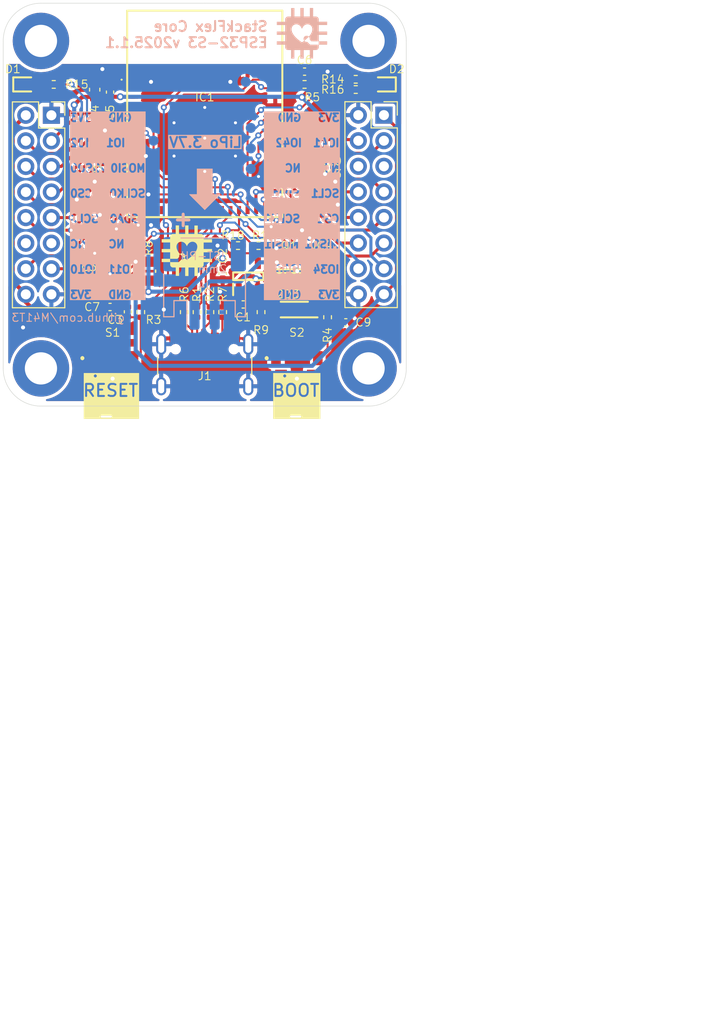
<source format=kicad_pcb>
(kicad_pcb (version 20240108) (generator "pcbnew") (generator_version "8.0")
  (title_block (title "StackFlex ESP32 S3") (date "2024-12-13") (rev "2025.1.0") (company "M41T3"))
  (layers (0 "F.Cu" signal) (31 "B.Cu" signal) (34 "B.Paste" user) (35 "F.Paste" user) (36 "B.SilkS" user "B.Silkscreen") (37 "F.SilkS" user "F.Silkscreen") (38 "B.Mask" user) (39 "F.Mask" user) (44 "Edge.Cuts" user))
  (net 0 "")
  (net 4 "RXD0")
  (net 6 "TXD0")
  (net 11 "GND")
  (net 12 "USB_D+")
  (net 13 "USB_D-")
  (net 14 "VBUS")
  (net 15 "Net-(J1-D+-PadA6)")
  (net 16 "Net-(J1-D--PadA7)")
  (net 17 "Net-(S1-N.O.)")
  (net 18 "EN")
  (net 19 "Net-(S2-N.O.)")
  (net 20 "IO0")
  (net 21 "Net-(J1-CC1)")
  (net 22 "Net-(J1-CC2)")
  (net 24 "VCC")
  (net 25 "3V3_GPIO")
  (net 26 "+BATT")
  (net 27 "Net-(D1-A)")
  (net 28 "Net-(D2-A)")
  (net 29 "IO6_SCLK0")
  (net 30 "IO10")
  (net 31 "IO33")
  (net 32 "IO9_SCL0")
  (net 33 "IO5_MISO0")
  (net 34 "IO38_SCLK1")
  (net 35 "IO41")
  (net 36 "IO12")
  (net 37 "IO2")
  (net 38 "IO11")
  (net 39 "IO7_CS0")
  (net 40 "IO1")
  (net 41 "IO37_CS1")
  (net 42 "IO8_SDA0")
  (net 43 "IO34")
  (net 44 "IO48")
  (net 45 "IO42")
  (net 46 "IO4_MOSI0")
  (net 47 "Net-(IC4-CELL)")
  (net 48 "IO26_BALARM")
  (net 49 "IO47_CALARM")
  (net 51 "+3V3")
  (net 55 "IO36_MOSI1")
  (net 56 "IO39_SDA1")
  (net 57 "IO40_SCL1")
  (net 58 "IO35_MISO1")
  (net 60 "I046_S")
  (net 61 "I045_S")
  (net 62 "IO3_S")
  (footprint "stackflex_foots_lib:ESP32S3MINI1N8" (layer "F.Cu") (at 147.828 90.312)
    (property "Reference" "IC1")
    (property "Value" "ESP32-S3-MINI-1-N8" (hide yes))
  )
  (footprint "Resistor_SMD:R_0402_1005Metric" (layer "F.Cu") (at 132.842 84.836)
    (property "Reference" "R15")
    (property "Value" "33" (hide yes))
  )
  (footprint "Resistor_SMD:R_0402_1005Metric" (layer "F.Cu") (at 153.162 100.838 180)
    (property "Reference" "R17")
    (property "Value" "4.7k")
  )
  (footprint "Resistor_SMD:R_0402_1005Metric" (layer "F.Cu") (at 157.988 92.456 180)
    (property "Reference" "R10")
    (property "Value" "4.7k")
  )
  (footprint "Capacitor_SMD:C_0402_1005Metric" (layer "F.Cu") (at 138.43 85.598 90)
    (property "Reference" "C5")
    (property "Value" "0.1uF")
  )
  (footprint "Connector_PinSocket_2.54mm:PinSocket_2x08_P2.54mm_Vertical" (layer "F.Cu") (at 132.608 87.899)
    (property "Reference" "J2" (hide yes))
    (property "Value" "Conn_02x08_Counter_Clockwise" (hide yes))
  )
  (footprint "MountingHole:MountingHole_3.2mm_M3_DIN965_Pad" (layer "F.Cu") (at 131.572 113.03)
    (property "Reference" "H3" (hide yes))
    (property "Value" "MountingHole" (hide yes))
  )
  (footprint "Resistor_SMD:R_0402_1005Metric" (layer "F.Cu") (at 149.606 107.442 -90)
    (property "Reference" "R7")
    (property "Value" "5.1k 1%")
  )
  (footprint "Capacitor_SMD:C_0402_1005Metric" (layer "F.Cu") (at 140.208 107.414 90)
    (property "Reference" "C3")
    (property "Value" "0.1uF")
  )
  (footprint "stackflex_foots_lib:SOT96P240X115-3N" (layer "F.Cu") (at 156.21 103.378 90)
    (property "Reference" "Q1")
    (property "Value" "DMP2045U-7" (hide yes))
  )
  (footprint "stackflex_foots_lib:PTS820J25MSMTRLFS" (layer "F.Cu") (at 156.972 112.014)
    (property "Reference" "S2")
    (property "Value" "PTS820J25MSMTRLFS" (hide yes))
  )
  (footprint "Capacitor_SMD:C_0402_1005Metric" (layer "F.Cu") (at 151.638 106.68)
    (property "Reference" "C1")
    (property "Value" "10uF")
  )
  (footprint "Capacitor_SMD:C_0402_1005Metric" (layer "F.Cu") (at 149.606 103.604 -90)
    (property "Reference" "C2")
    (property "Value" "1uF")
  )
  (footprint "Resistor_SMD:R_0402_1005Metric" (layer "F.Cu") (at 138.176 93.978 -90)
    (property "Reference" "R12")
    (property "Value" "4.7k")
  )
  (footprint "stackflex_foots_lib:LEDC1005X55N" (layer "F.Cu") (at 130.048 84.836)
    (property "Reference" "D1")
    (property "Value" "green" (hide yes))
  )
  (footprint "MountingHole:MountingHole_3.2mm_M3_DIN965_Pad" (layer "F.Cu") (at 131.572 80.518)
    (property "Reference" "H1" (hide yes))
    (property "Value" "MountingHole" (hide yes))
  )
  (footprint "Resistor_SMD:R_0402_1005Metric" (layer "F.Cu") (at 138.176 96.264 90)
    (property "Reference" "R11")
    (property "Value" "4.7k")
  )
  (footprint "Resistor_SMD:R_0402_1005Metric" (layer "F.Cu") (at 153.416 107.442 90)
    (property "Reference" "R9")
    (property "Value" "100k")
  )
  (footprint "Resistor_SMD:R_0402_1005Metric" (layer "F.Cu") (at 141.478 107.442 -90)
    (property "Reference" "R3")
    (property "Value" "0")
  )
  (footprint "Capacitor_SMD:C_0402_1005Metric" (layer "F.Cu") (at 157.734 83.566)
    (property "Reference" "C6")
    (property "Value" "0.1uF" (hide yes))
  )
  (footprint "stackflex_foots_lib:SON50P200X200X80-9N-D" (layer "F.Cu") (at 159.512 103.124 90)
    (property "Reference" "IC4")
    (property "Value" "MAX17048G+T10" (hide yes))
  )
  (footprint "stackflex_foots_lib:SOT95P285X140-5N" (layer "F.Cu") (at 152.146 103.886 90)
    (property "Reference" "IC2")
    (property "Value" "AP2112K-3.3TRG1" (hide yes))
  )
  (footprint "stackflex_foots_lib:RESC2013X45N" (layer "F.Cu") (at 142.24 103.378 90)
    (property "Reference" "R8")
    (property "Value" ".01 1% 250mW" (hide yes))
  )
  (footprint "Resistor_SMD:R_0402_1005Metric" (layer "F.Cu") (at 151.13 100.838 180)
    (property "Reference" "R18")
    (property "Value" "4.7k")
  )
  (footprint "Resistor_SMD:R_0402_1005Metric" (layer "F.Cu") (at 160.02 107.95 -90)
    (property "Reference" "R4")
    (property "Value" "0")
  )
  (footprint "Capacitor_SMD:C_0402_1005Metric" (layer "F.Cu") (at 161.826 108.458)
    (property "Reference" "C9")
    (property "Value" "0.1uF")
  )
  (footprint "Resistor_SMD:R_0402_1005Metric" (layer "F.Cu") (at 157.988 93.726 180)
    (property "Reference" "R13")
    (property "Value" "4.7k")
  )
  (footprint "Connector_USB:USB_C_Receptacle_GCT_USB4105-xx-A_16P_TopMnt_Horizontal" (layer "F.Cu") (at 147.826 113.733)
    (property "Reference" "J1")
    (property "Value" "USB_C_Receptacle_USB2.0_16P" (hide yes))
  )
  (footprint "stackflex_foots_lib:SOP50P490X110-10N" (layer "F.Cu") (at 138.938 102.956 -90)
    (property "Reference" "IC3")
    (property "Value" "INA226AIDGSR" (hide yes))
  )
  (footprint "MountingHole:MountingHole_3.2mm_M3_DIN965_Pad" (layer "F.Cu") (at 164.084 80.518)
    (property "Reference" "H2" (hide yes))
    (property "Value" "MountingHole" (hide yes))
  )
  (footprint "stackflex_foots_lib:PTS820J25MSMTRLFS" (layer "F.Cu") (at 138.684 112.014)
    (property "Reference" "S1")
    (property "Value" "PTS820J25MSMTRLFS" (hide yes))
  )
  (footprint "Resistor_SMD:R_0402_1005Metric" (layer "F.Cu") (at 162.814 85.344 180)
    (property "Reference" "R16")
    (property "Value" "330" (hide yes))
  )
  (footprint "Resistor_SMD:R_0402_1005Metric" (layer "F.Cu") (at 148.336 107.442 90)
    (property "Reference" "R2")
    (property "Value" "0")
  )
  (footprint "stackflex_foots_lib:SOD3716X145N" (layer "F.Cu") (at 156.718 107.188 180)
    (property "Reference" "D3")
    (property "Value" "1N5819HW-7-F" (hide yes))
  )
  (footprint "stackflex_foots_lib:LEDC1005X55N" (layer "F.Cu") (at 165.566 84.836 180)
    (property "Reference" "D2")
    (property "Value" "red" (hide yes))
  )
  (footprint "Resistor_SMD:R_0402_1005Metric" (layer "F.Cu") (at 145.796 107.442 -90)
    (property "Reference" "R6")
    (property "Value" "5.1k 1%")
  )
  (footprint "Connector_PinSocket_2.54mm:PinSocket_2x08_P2.54mm_Vertical" (layer "F.Cu") (at 165.608 87.884)
    (property "Reference" "J3" (hide yes))
    (property "Value" "Conn_02x08_Counter_Clockwise" (hide yes))
  )
  (footprint "Resistor_SMD:R_0402_1005Metric" (layer "F.Cu") (at 162.812 84.328 180)
    (property "Reference" "R14")
    (property "Value" "330")
  )
  (footprint "stackflex_foots_lib:staclflex_logo_front_5mm" (layer "F.Cu") (at 146.05 101.346)
    (property "Reference" "G***" (hide yes))
    (property "Value" "LOGO" (hide yes))
  )
  (footprint "MountingHole:MountingHole_3.2mm_M3_DIN965_Pad" (layer "F.Cu") (at 164.084 113.03)
    (property "Reference" "H4" (hide yes))
    (property "Value" "MountingHole" (hide yes))
  )
  (footprint "Capacitor_SMD:C_0603_1608Metric" (layer "F.Cu") (at 136.906 85.357 90)
    (property "Reference" "C4")
    (property "Value" "22uF")
  )
  (footprint "Resistor_SMD:R_0402_1005Metric" (layer "F.Cu") (at 147.066 107.444 90)
    (property "Reference" "R1")
    (property "Value" "0")
  )
  (footprint "Resistor_SMD:R_0402_1005Metric" (layer "F.Cu") (at 157.734 84.836 180)
    (property "Reference" "R5")
    (property "Value" "10k" (hide yes))
  )
  (footprint "Capacitor_SMD:C_0402_1005Metric" (layer "F.Cu") (at 160.02 105.89 -90)
    (property "Reference" "C8")
    (property "Value" "0.1uF")
  )
  (footprint "Capacitor_SMD:C_0402_1005Metric" (layer "F.Cu") (at 138.43 106.934)
    (property "Reference" "C7")
    (property "Value" "0.1uF")
  )
  (footprint "TestPoint:TestPoint_Pad_D1.0mm" (layer "B.Cu") (at 152.4 93.218 180)
    (property "Reference" "S5" (hide yes))
    (property "Value" "Conn_01x01_Socket" (hide yes))
  )
  (footprint "TestPoint:TestPoint_Pad_D1.0mm" (layer "B.Cu") (at 152.4 91.186 180)
    (property "Reference" "S4" (hide yes))
    (property "Value" "Conn_01x01_Socket" (hide yes))
  )
  (footprint "TestPoint:TestPoint_Pad_D1.0mm" (layer "B.Cu") (at 142.748 90.424 180)
    (property "Reference" "S03" (hide yes))
    (property "Value" "Conn_01x01_Socket")
  )
  (footprint "TestPoint:TestPoint_Pad_D1.0mm" (layer "B.Cu") (at 151.892 84.582 180)
    (property "Reference" "S46" (hide yes))
    (property "Value" "Conn_01x01_Socket")
  )
  (footprint "Connector_JST:JST_PH_S2B-PH-SM4-TB_1x02-1MP_P2.00mm_Horizontal" (layer "B.Cu") (at 147.812 104.592)
    (property "Reference" "J4")
    (property "Value" "Conn_01x02_Socket")
  )
  (footprint "TestPoint:TestPoint_Pad_D1.0mm" (layer "B.Cu") (at 152.4 89.154 180)
    (property "Reference" "S45" (hide yes))
    (property "Value" "Conn_01x01_Socket")
  )
  (footprint "stackflex_foots_lib:staclflex_logo_front_5mm" (layer "B.Cu") (at 157.48 79.756 180)
    (property "Reference" "G***" (hide yes))
    (property "Value" "LOGO" (hide yes))
  )
  (gr_poly (pts (xy 147.066 93.218) (xy 148.59 93.218) (xy 148.59 95.758) (xy 149.352 95.758) (xy 147.828 97.282) (xy 146.304 95.758) (xy 147.066 95.758)) (stroke (width 0.05)) (fill solid) (layer "B.SilkS"))
  (gr_arc (start 127.828 80.518) (mid 128.924592 77.870592) (end 131.572 76.774) (stroke (width 0.05)) (layer "Edge.Cuts"))
  (gr_line (start 147.828 76.774) (end 131.572 76.774) (stroke (width 0.05)) (layer "Edge.Cuts"))
  (gr_line (start 131.572 116.774) (end 164.084 116.774) (stroke (width 0.05)) (layer "Edge.Cuts"))
  (gr_arc (start 167.828 113.03) (mid 166.731408 115.677408) (end 164.084 116.774) (stroke (width 0.05)) (layer "Edge.Cuts"))
  (gr_line (start 147.828 76.774) (end 164.084 76.774) (stroke (width 0.05)) (layer "Edge.Cuts"))
  (gr_arc (start 131.572 116.774) (mid 128.924592 115.677408) (end 127.828 113.03) (stroke (width 0.05)) (layer "Edge.Cuts"))
  (gr_arc (start 164.084 76.774) (mid 166.731408 77.870592) (end 167.828 80.518) (stroke (width 0.05)) (layer "Edge.Cuts"))
  (gr_line (start 167.828 80.518) (end 167.828 113.03) (stroke (width 0.05)) (layer "Edge.Cuts"))
  (gr_line (start 127.828 80.518) (end 127.828 113.03) (stroke (width 0.05)) (layer "Edge.Cuts"))
  (gr_text "github.com/M41T3" (at 139.954 108.458 0) (layer "B.SilkS") (effects (font (size 0.8 0.8) (thickness 0.1)) (justify left bottom mirror)))
  (gr_text "StackFlex Core\nESP32-S3 v2025.1.1" (at 154.178 81.28 0) (layer "B.SilkS") (effects (font (size 1 1) (thickness 0.2) (bold yes)) (justify left bottom mirror)))
  (gr_text "\n3V3   GND  \n\nIO41  IO42 \n\nNC    NC\n\nSCL1  SDA1 \n\nCS1   SCLK1 \n\nMISO1 MOSI1 \n\nIO34  IO48\n\n3V3   GND \n" (at 161.29 106.172 0) (layer "B.SilkS" knockout) (effects (font (size 0.78 0.75) (thickness 0.1875) (bold yes)) (justify left bottom mirror)))
  (gr_text "LiPo 3.7V" (at 151.638 91.186 0) (layer "B.SilkS" knockout) (effects (font (size 1 1) (thickness 0.2) (bold yes)) (justify left bottom mirror)))
  (gr_text "+" (at 146.812 99.06 0) (layer "B.SilkS") (effects (font (size 1.5 1.5) (thickness 0.3) (bold yes)) (justify left bottom mirror)))
  (gr_text "  GND   3V3\n\n  IO1   IO2\n\nMOSI0 MISO0\n\nSCLK0   CS0\n\n SDA0  SCL0\n\n   NC    NC\n\n IO11  IO10\n\n  GND   3V3" (at 134.366 106.172 0) (layer "B.SilkS" knockout) (effects (font (size 0.78 0.75) (thickness 0.1875) (bold yes)) (justify right bottom mirror)))
  (gr_text "JST-PH\n2mm" (at 150.114 103.632 0) (layer "B.SilkS") (effects (font (size 0.8 0.8) (thickness 0.1)) (justify left bottom mirror)))
  (gr_text " .\nBOOT\n  _" (at 154.432 117.856 0) (layer "F.SilkS" knockout) (effects (font (size 1.2 1.2) (thickness 0.2) (bold yes)) (justify left bottom)))
  (gr_text " .\nRESET\n  _" (at 135.636 117.856 0) (layer "F.SilkS" knockout) (effects (font (size 1.2 1.2) (thickness 0.2) (bold yes)) (justify left bottom)))
  (segment (start 154.828 88.612) (end 154.426928 88.612) (width 0.2) (layer "F.Cu") (net 4))
  (segment (start 154.426928 88.612) (end 153.142464 89.896464) (width 0.2) (layer "F.Cu") (net 4))
  (via (at 153.142464 89.896464) (size 0.6) (drill 0.3) (layers "F.Cu" "B.Cu") (net 4))
  (segment (start 152.4 91.186) (end 152.4 90.638928) (width 0.2) (layer "B.Cu") (net 4))
  (segment (start 152.4 90.638928) (end 153.142464 89.896464) (width 0.2) (layer "B.Cu") (net 4))
  (segment (start 153.162 90.796167) (end 153.162 91.948) (width 0.2) (layer "F.Cu") (net 6))
  (segment (start 154.828 89.462) (end 154.496167 89.462) (width 0.2) (layer "F.Cu") (net 6))
  (segment (start 154.496167 89.462) (end 153.162 90.796167) (width 0.2) (layer "F.Cu") (net 6))
  (via (at 153.162 91.948) (size 0.6) (drill 0.3) (layers "F.Cu" "B.Cu") (net 6))
  (segment (start 153.162 91.948) (end 153.162 92.456) (width 0.2) (layer "B.Cu") (net 6))
  (segment (start 153.162 92.456) (end 152.4 93.218) (width 0.2) (layer "B.Cu") (net 6))
  (segment (start 159.762 102.124) (end 159.762 102.874) (width 0.2) (layer "F.Cu") (net 11))
  (segment (start 139.938 100.756) (end 139.438 100.756) (width 0.2) (layer "F.Cu") (net 11))
  (segment (start 153.164 106.68) (end 153.416 106.932) (width 0.4) (layer "F.Cu") (net 11))
  (segment (start 158.762 103.399) (end 159.037 103.124) (width 0.2) (layer "F.Cu") (net 11))
  (segment (start 159.037 103.124) (end 159.512 103.124) (width 0.2) (layer "F.Cu") (net 11))
  (segment (start 159.762 102.874) (end 159.512 103.124) (width 0.2) (layer "F.Cu") (net 11))
  (segment (start 144.626 110.053) (end 144.081 110.053) (width 0.25) (layer "F.Cu") (net 11))
  (segment (start 151.026 110.053) (end 151.571 110.053) (width 0.25) (layer "F.Cu") (net 11))
  (segment (start 152.118 105.214) (end 152.146 105.186) (width 0.4) (layer "F.Cu") (net 11))
  (segment (start 138.438 105.156) (end 138.438 103.64) (width 0.2) (layer "F.Cu") (net 11))
  (segment (start 144.081 110.053) (end 143.506 110.628) (width 0.25) (layer "F.Cu") (net 11))
  (segment (start 151.571 110.053) (end 152.146 110.628) (width 0.25) (layer "F.Cu") (net 11))
  (segment (start 152.118 106.68) (end 153.164 106.68) (width 0.4) (layer "F.Cu") (net 11))
  (segment (start 158.762 104.124) (end 158.762 103.399) (width 0.2) (layer "F.Cu") (net 11))
  (segment (start 138.438 103.64) (end 138.43 103.632) (width 0.2) (layer "F.Cu") (net 11))
  (segment (start 152.118 106.68) (end 152.118 105.214) (width 0.4) (layer "F.Cu") (net 11))
  (via (at 137.922 89.408) (size 0.7) (drill 0.4) (layers "F.Cu" "B.Cu") (net 11))
  (via (at 149.352 105.41) (size 0.7) (drill 0.4) (layers "F.Cu" "B.Cu") (net 11))
  (via (at 156.972 114.046) (size 0.7) (drill 0.4) (layers "F.Cu" "B.Cu") (net 11))
  (via (at 150.876 91.948) (size 0.6) (drill 0.3) (layers "F.Cu" "B.Cu") (net 11))
  (via (at 149.098 100.838) (size 0.7) (drill 0.4) (layers "F.Cu" "B.Cu") (net 11))
  (via (at 138.684 114.046) (size 0.7) (drill 0.4) (layers "F.Cu" "B.Cu") (net 11))
  (via (at 142.24 95.758) (size 0.7) (drill 0.4) (layers "F.Cu" "B.Cu") (net 11))
  (via (at 138.43 103.632) (size 0.6) (drill 0.3) (layers "F.Cu" "B.Cu") (net 11))
  (via (at 147.828 87.122) (size 0.6) (drill 0.3) (layers "F.Cu" "B.Cu") (net 11))
  (via (at 160.782 94.488) (size 0.7) (drill 0.4) (layers "F.Cu" "B.Cu") (net 11))
  (via (at 161.036 96.774) (size 0.7) (drill 0.4) (layers "F.Cu" "B.Cu") (net 11))
  (via (at 129.794 108.966) (size 0.7) (drill 0.4) (layers "F.Cu" "B.Cu") (net 11))
  (via (at 157.48 99.314) (size 0.7) (drill 0.4) (layers "F.Cu" "B.Cu") (net 11))
  (via (at 160.02 83.566) (size 0.7) (drill 0.4) (layers "F.Cu" "B.Cu") (net 11))
  (via (at 150.368 84.582) (size 0.7) (drill 0.4) (layers "F.Cu" "B.Cu") (net 11))
  (via (at 135.128 96.266) (size 0.7) (drill 0.4) (layers "F.Cu" "B.Cu") (net 11))
  (via (at 142.494 84.582) (size 0.7) (drill 0.4) (layers "F.Cu" "B.Cu") (net 11))
  (via (at 142.494 98.806) (size 0.7) (drill 0.4) (layers "F.Cu" "B.Cu") (net 11))
  (via (at 150.876 88.646) (size 0.6) (drill 0.3) (layers "F.Cu" "B.Cu") (net 11))
  (via (at 147.828 90.17) (size 0.6) (drill 0.3) (layers "F.Cu" "B.Cu") (net 11))
  (via (at 137.668 83.312) (size 0.7) (drill 0.4) (layers "F.Cu" "B.Cu") (net 11))
  (via (at 141.986 91.948) (size 0.7) (drill 0.4) (layers "F.Cu" "B.Cu") (net 11))
  (via (at 144.78 91.948) (size 0.6) (drill 0.3) (layers "F.Cu" "B.Cu") (net 11))
  (via (at 153.162 93.98) (size 0.6) (drill 0.3) (layers "F.Cu" "B.Cu") (net 11))
  (via (at 147.828 93.472) (size 0.6) (drill 0.3) (layers "F.Cu" "B.Cu") (net 11))
  (via (at 143.764 107.188) (size 0.7) (drill 0.4) (layers "F.Cu" "B.Cu") (net 11))
  (via (at 154.94 101.092) (size 0.7) (drill 0.4) (layers "F.Cu" "B.Cu") (net 11))
  (via (at 144.78 88.646) (size 0.6) (drill 0.3) (layers "F.Cu" "B.Cu") (net 11))
  (segment (start 148.336 106.932) (end 147.927001 106.523001) (width 0.2) (layer "F.Cu") (net 12))
  (segment (start 147.927001 100.041199) (end 148.478 99.4902) (width 0.2) (layer "F.Cu") (net 12))
  (segment (start 148.678 97.912001) (end 148.678 97.312) (width 0.2) (layer "F.Cu") (net 12))
  (segment (start 148.478 99.4902) (end 148.478 98.112001) (width 0.2) (layer "F.Cu") (net 12))
  (segment (start 148.478 98.112001) (end 148.678 97.912001) (width 0.2) (layer "F.Cu") (net 12))
  (segment (start 147.927001 106.523001) (end 147.927001 100.041199) (width 0.2) (layer "F.Cu") (net 12))
  (segment (start 147.476999 106.523001) (end 147.476999 99.854801) (width 0.2) (layer "F.Cu") (net 13))
  (segment (start 148.028 98.112001) (end 147.828 97.912001) (width 0.2) (layer "F.Cu") (net 13))
  (segment (start 147.828 97.912001) (end 147.828 97.312) (width 0.2) (layer "F.Cu") (net 13))
  (segment (start 148.028 99.3038) (end 148.028 98.112001) (width 0.2) (layer "F.Cu") (net 13))
  (segment (start 147.066 106.934) (end 147.476999 106.523001) (width 0.2) (layer "F.Cu") (net 13))
  (segment (start 147.476999 99.854801) (end 148.028 99.3038) (width 0.2) (layer "F.Cu") (net 13))
  (segment (start 151.699316 107.952) (end 150.226 109.425316) (width 0.4) (layer "F.Cu") (net 14))
  (segment (start 150.226 109.425316) (end 150.226 110.053) (width 0.4) (layer "F.Cu") (net 14))
  (segment (start 155.018 107.188) (end 154.254 107.952) (width 0.4) (layer "F.Cu") (net 14))
  (segment (start 145.426 110.053) (end 145.426 110.663406) (width 0.3) (layer "F.Cu") (net 14))
  (segment (start 155.25 106.956) (end 155.018 107.188) (width 0.4) (layer "F.Cu") (net 14))
  (segment (start 145.426 110.663406) (end 146.268594 111.506) (width 0.3) (layer "F.Cu") (net 14))
  (segment (start 150.226 110.65183) (end 150.226 110.053) (width 0.3) (layer "F.Cu") (net 14))
  (segment (start 146.268594 111.506) (end 149.37183 111.506) (width 0.3) (layer "F.Cu") (net 14))
  (segment (start 149.37183 111.506) (end 150.226 110.65183) (width 0.3) (layer "F.Cu") (net 14))
  (segment (start 154.254 107.952) (end 153.416 107.952) (width 0.4) (layer "F.Cu") (net 14))
  (segment (start 153.416 107.952) (end 151.699316 107.952) (width 0.4) (layer "F.Cu") (net 14))
  (segment (start 155.25 104.478) (end 155.25 106.956) (width 0.4) (layer "F.Cu") (net 14))
  (segment (start 148.336 107.952) (end 148.336 108.458) (width 0.2) (layer "F.Cu") (net 15))
  (segment (start 148.576 110.053) (end 148.576 108.698) (width 0.2) (layer "F.Cu") (net 15))
  (segment (start 148.576 108.698) (end 148.336 108.458) (width 0.2) (layer "F.Cu") (net 15))
  (segment (start 147.576 109.22) (end 147.576 110.053) (width 0.2) (layer "F.Cu") (net 15))
  (segment (start 148.082 108.714) (end 147.576 109.22) (width 0.2) (layer "F.Cu") (net 15))
  (segment (start 148.082 108.712) (end 148.082 108.714) (width 0.2) (layer "F.Cu") (net 15))
  (segment (start 148.336 108.458) (end 148.082 108.712) (width 0.2) (layer "F.Cu") (net 15))
  (segment (start 147.32 110.998) (end 147.076 110.754) (width 0.2) (layer "F.Cu") (net 16))
  (segment (start 147.076 107.964) (end 147.066 107.954) (width 0.2) (layer "F.Cu") (net 16))
  (segment (start 147.076 110.053) (end 147.076 107.964) (width 0.2) (layer "F.Cu") (net 16))
  (segment (start 147.80912 110.998) (end 147.32 110.998) (width 0.2) (layer "F.Cu") (net 16))
  (segment (start 147.076 110.754) (end 147.076 110.053) (width 0.2) (layer "F.Cu") (net 16))
  (segment (start 148.076 110.73112) (end 147.80912 110.998) (width 0.2) (layer "F.Cu") (net 16))
  (segment (start 148.076 110.053) (end 148.076 110.73112) (width 0.2) (layer "F.Cu") (net 16))
  (segment (start 141.478 111.506) (end 140.97 112.014) (width 0.2) (layer "F.Cu") (net 17))
  (segment (start 141.478 107.952) (end 140.266 107.952) (width 0.2) (layer "F.Cu") (net 17))
  (segment (start 140.266 107.952) (end 140.208 107.894) (width 0.2) (layer "F.Cu") (net 17))
  (segment (start 141.478 111.506) (end 141.478 107.952) (width 0.2) (layer "F.Cu") (net 17))
  (segment (start 140.759 112.014) (end 140.97 112.014) (width 0.2) (layer "F.Cu") (net 17))
  (segment (start 151.638 85.344) (end 152.62 84.362) (width 0.2) (layer "F.Cu") (net 18))
  (segment (start 145.542 85.344) (end 151.638 85.344) (width 0.2) (layer "F.Cu") (net 18))
  (segment (start 156.75 84.362) (end 157.224 84.836) (width 0.2) (layer "F.Cu") (net 18))
  (segment (start 152.62 84.362) (end 154.828 84.362) (width 0.2) (layer "F.Cu") (net 18))
  (segment (start 141.988 106.932) (end 141.478 106.932) (width 0.2) (layer "F.Cu") (net 18))
  (segment (start 157.254 83.566) (end 157.254 84.806) (width 0.2) (layer "F.Cu") (net 18))
  (segment (start 154.828 84.362) (end 156.75 84.362) (width 0.2) (layer "F.Cu") (net 18))
  (segment (start 157.254 84.806) (end 157.224 84.836) (width 0.2) (layer "F.Cu") (net 18))
  (segment (start 143.978 98.806) (end 144.178 99.006) (width 0.2) (layer "F.Cu") (net 18))
  (segment (start 143.764 87.122) (end 145.542 85.344) (width 0.2) (layer "F.Cu") (net 18))
  (segment (start 144.178 104.742) (end 141.988 106.932) (width 0.2) (layer "F.Cu") (net 18))
  (segment (start 144.178 99.006) (end 144.178 104.742) (width 0.2) (layer "F.Cu") (net 18))
  (via (at 143.978 98.806) (size 0.6) (drill 0.3) (layers "F.Cu" "B.Cu") (net 18))
  (via (at 143.764 87.122) (size 0.6) (drill 0.3) (layers "F.Cu" "B.Cu") (net 18))
  (segment (start 143.764 98.592) (end 143.764 87.122) (width 0.2) (layer "B.Cu") (net 18))
  (segment (start 143.978 98.806) (end 143.764 98.592) (width 0.2) (layer "B.Cu") (net 18))
  (segment (start 160.022 108.458) (end 160.02 108.46) (width 0.2) (layer "F.Cu") (net 19))
  (segment (start 161.346 108.458) (end 160.022 108.458) (width 0.2) (layer "F.Cu") (net 19))
  (segment (start 159.047 112.014) (end 160.02 111.041) (width 0.2) (layer "F.Cu") (net 19))
  (segment (start 160.02 111.041) (end 160.02 108.46) (width 0.2) (layer "F.Cu") (net 19))
  (segment (start 155.489 100.076) (end 157.988 102.575) (width 0.2) (layer "F.Cu") (net 20))
  (segment (start 159.36 106.716846) (end 160.02 107.376846) (width 0.2) (layer "F.Cu") (net 20))
  (segment (start 142.748 93.218) (end 142.748 88.232) (width 0.2) (layer "F.Cu") (net 20))
  (segment (start 160.02 107.376846) (end 160.02 107.44) (width 0.2) (layer "F.Cu") (net 20))
  (segment (start 151.877999 98.695238) (end 153.258761 100.076) (width 0.2) (layer "F.Cu") (net 20))
  (segment (start 143.764 94.234) (end 142.748 93.218) (width 0.2) (layer "F.Cu") (net 20))
  (segment (start 157.988 102.575) (end 157.988 104.902) (width 0.2) (layer "F.Cu") (net 20))
  (segment (start 153.258761 100.076) (end 155.489 100.076) (width 0.2) (layer "F.Cu") (net 20))
  (segment (start 159.36 106.274) (end 159.36 106.716846) (width 0.2) (layer "F.Cu") (net 20))
  (segment (start 141.428 86.912) (end 140.828 86.912) (width 0.2) (layer "F.Cu") (net 20))
  (segment (start 148.844 94.234) (end 143.764 94.234) (width 0.2) (layer "F.Cu") (net 20))
  (segment (start 142.748 88.232) (end 141.428 86.912) (width 0.2) (layer "F.Cu") (net 20))
  (segment (start 157.988 104.902) (end 159.36 106.274) (width 0.2) (layer "F.Cu") (net 20))
  (via (at 151.877999 98.695238) (size 0.6) (drill 0.3) (layers "F.Cu" "B.Cu") (net 20))
  (via (at 148.844 94.234) (size 0.6) (drill 0.3) (layers "F.Cu" "B.Cu") (net 20))
  (segment (start 151.877999 98.695238) (end 151.851237 98.695238) (width 0.2) (layer "B.Cu") (net 20))
  (segment (start 151.851237 98.695238) (end 148.844 95.688001) (width 0.2) (layer "B.Cu") (net 20))
  (segment (start 148.844 95.688001) (end 148.844 94.234) (width 0.2) (layer "B.Cu") (net 20))
  (segment (start 146.576 109.238) (end 145.796 108.458) (width 0.2) (layer "F.Cu") (net 21))
  (segment (start 145.796 108.458) (end 145.796 107.952) (width 0.2) (layer "F.Cu") (net 21))
  (segment (start 146.576 110.053) (end 146.576 109.238) (width 0.2) (layer "F.Cu") (net 21))
  (segment (start 149.576 107.982) (end 149.606 107.952) (width 0.2) (layer "F.Cu") (net 22))
  (segment (start 149.576 110.053) (end 149.576 107.982) (width 0.2) (layer "F.Cu") (net 22))
  (segment (start 157.17 105.94) (end 158.418 107.188) (width 0.4) (layer "F.Cu") (net 24))
  (segment (start 152.654 103.886) (end 152.908 104.14) (width 0.4) (layer "F.Cu") (net 24))
  (segment (start 151.196 104.328) (end 151.638 103.886) (width 0.4) (layer "F.Cu") (net 24))
  (segment (start 157.17 104.478) (end 157.17 103.538) (width 0.4) (layer "F.Cu") (net 24))
  (segment (start 151.638 103.886) (end 152.654 103.886) (width 0.4) (layer "F.Cu") (net 24))
  (segment (start 157.17 103.538) (end 157.01 103.378) (width 0.4) (layer "F.Cu") (net 24))
  (segment (start 151.196 105.186) (end 151.196 104.328) (width 0.4) (layer "F.Cu") (net 24))
  (segment (start 151.158 106.68) (end 151.158 105.224) (width 0.4) (layer "F.Cu") (net 24))
  (segment (start 151.158 105.224) (end 151.196 105.186) (width 0.4) (layer "F.Cu") (net 24))
  (segment (start 157.17 104.478) (end 157.17 105.94) (width 0.4) (layer "F.Cu") (net 24))
  (segment (start 153.096 104.328) (end 153.096 105.186) (width 0.4) (layer "F.Cu") (net 24))
  (segment (start 152.908 104.14) (end 153.096 104.328) (width 0.4) (layer "F.Cu") (net 24))
  (via (at 157.01 103.378) (size 0.7) (drill 0.4) (layers "F.Cu" "B.Cu") (net 24))
  (via (at 152.908 104.14) (size 0.7) (drill 0.4) (layers "F.Cu" "B.Cu") (net 24))
  (segment (start 154.686 103.378) (end 153.924 104.14) (width 0.4) (layer "B.Cu") (net 24))
  (segment (start 153.924 104.14) (end 152.908 104.14) (width 0.4) (layer "B.Cu") (net 24))
  (segment (start 157.01 103.378) (end 154.686 103.378) (width 0.4) (layer "B.Cu") (net 24))
  (segment (start 130.048 106.426) (end 131.064 107.442) (width 0.4) (layer "F.Cu") (net 25))
  (segment (start 165.608 105.664) (end 166.858 104.414) (width 0.3) (layer "F.Cu") (net 25))
  (segment (start 128.768 104.379) (end 128.768 89.199) (width 0.4) (layer "F.Cu") (net 25))
  (segment (start 140.97 102.4382) (end 142.24 102.4382) (width 0.4) (layer "F.Cu") (net 25))
  (segment (start 166.858 89.134) (end 165.608 87.884) (width 0.3) (layer "F.Cu") (net 25))
  (segment (start 139.438 104.106) (end 141.1058 102.4382) (width 0.2) (layer "F.Cu") (net 25))
  (segment (start 136.652 103.378) (end 137.5918 102.4382) (width 0.4) (layer "F.Cu") (net 25))
  (segment (start 128.768 89.199) (end 130.068 87.899) (width 0.4) (layer "F.Cu") (net 25))
  (segment (start 141.1058 102.4382) (end 142.24 102.4382) (width 0.2) (layer "F.Cu") (net 25))
  (segment (start 137.5918 102.4382) (end 140.97 102.4382) (width 0.4) (layer "F.Cu") (net 25))
  (segment (start 139.438 105.156) (end 139.438 104.106) (width 0.2) (layer "F.Cu") (net 25))
  (segment (start 133.858 107.442) (end 136.652 104.648) (width 0.4) (layer "F.Cu") (net 25))
  (segment (start 166.858 104.414) (end 166.858 89.134) (width 0.3) (layer "F.Cu") (net 25))
  (segment (start 136.652 104.648) (end 136.652 103.378) (width 0.4) (layer "F.Cu") (net 25))
  (segment (start 130.048 105.699) (end 130.048 106.426) (width 0.4) (layer "F.Cu") (net 25))
  (segment (start 138.938 105.156) (end 139.438 105.156) (width 0.2) (layer "F.Cu") (net 25))
  (segment (start 130.068 105.679) (end 128.768 104.379) (width 0.4) (layer "F.Cu") (net 25))
  (segment (start 130.068 105.679) (end 130.048 105.699) (width 0.4) (layer "F.Cu") (net 25))
  (segment (start 131.064 107.442) (end 133.858 107.442) (width 0.4) (layer "F.Cu") (net 25))
  (via (at 140.97 102.4382) (size 0.7) (drill 0.4) (layers "F.Cu" "B.Cu") (net 25))
  (segment (start 158.496 112.776) (end 165.608 105.664) (width 0.4) (layer "B.Cu") (net 25))
  (segment (start 142.494 112.776) (end 158.496 112.776) (width 0.4) (layer "B.Cu") (net 25))
  (segment (start 140.97 102.4382) (end 140.97 111.252) (width 0.4) (layer "B.Cu") (net 25))
  (segment (start 140.97 111.252) (end 142.494 112.776) (width 0.4) (layer "B.Cu") (net 25))
  (segment (start 155.986748 102.501252) (end 156.21 102.278) (width 0.4) (layer "F.Cu") (net 26))
  (segment (start 154.986417 102.501252) (end 155.986748 102.501252) (width 0.4) (layer "F.Cu") (net 26))
  (via (at 154.986417 102.501252) (size 0.7) (drill 0.4) (layers "F.Cu" "B.Cu") (net 26))
  (segment (start 146.812 107.442) (end 146.812 105.918) (width 0.4) (layer "B.Cu") (net 26))
  (segment (start 153.299626 102.501252) (end 154.986417 102.501252) (width 0.4) (layer "B.Cu") (net 26))
  (segment (start 151.406878 104.394) (end 153.299626 102.501252) (width 0.4) (layer "B.Cu") (net 26))
  (segment (start 148.336 104.394) (end 151.406878 104.394) (width 0.4) (layer "B.Cu") (net 26))
  (segment (start 146.812 105.918) (end 148.336 104.394) (width 0.4) (layer "B.Cu") (net 26))
  (segment (start 132.332 84.836) (end 130.598 84.836) (width 0.2) (layer "F.Cu") (net 27))
  (segment (start 163.83 84.836) (end 163.322 84.328) (width 0.25) (layer "F.Cu") (net 28))
  (segment (start 163.324 85.342) (end 163.83 84.836) (width 0.25) (layer "F.Cu") (net 28))
  (segment (start 165.016 84.836) (end 163.83 84.836) (width 0.25) (layer "F.Cu") (net 28))
  (segment (start 163.324 85.344) (end 163.324 85.342) (width 0.25) (layer "F.Cu") (net 28))
  (segment (start 136.857818 92.012) (end 133.350818 95.519) (width 0.3) (layer "F.Cu") (net 29))
  (segment (start 140.828 92.012) (end 136.857818 92.012) (width 0.3) (layer "F.Cu") (net 29))
  (segment (start 133.350818 95.519) (end 132.608 95.519) (width 0.3) (layer "F.Cu") (net 29))
  (segment (start 137.668 98.806) (end 137.16 98.806) (width 0.3) (layer "F.Cu") (net 30))
  (segment (start 139.192 97.282) (end 137.668 98.806) (width 0.3) (layer "F.Cu") (net 30))
  (segment (start 139.192 96.348) (end 139.192 97.282) (width 0.3) (layer "F.Cu") (net 30))
  (segment (start 140.828 95.412) (end 140.128 95.412) (width 0.3) (layer "F.Cu") (net 30))
  (segment (start 140.128 95.412) (end 139.192 96.348) (width 0.3) (layer "F.Cu") (net 30))
  (segment (start 134.117 101.849) (end 131.358 101.849) (width 0.3) (layer "F.Cu") (net 30))
  (segment (start 131.358 101.849) (end 130.068 103.139) (width 0.3) (layer "F.Cu") (net 30))
  (segment (start 137.16 98.806) (end 134.117 101.849) (width 0.3) (layer "F.Cu") (net 30))
  (segment (start 162.304 85.342) (end 161.798 84.836) (width 0.25) (layer "F.Cu") (net 31))
  (segment (start 162.302 84.332) (end 162.302 84.328) (width 0.25) (layer "F.Cu") (net 31))
  (segment (start 157.226 87.122) (end 157.48 87.122) (width 0.2) (layer "F.Cu") (net 31))
  (segment (start 153.416 87.376) (end 152.078 88.714) (width 0.2) (layer "F.Cu") (net 31))
  (segment (start 152.078 88.714) (end 152.078 97.312) (width 0.2) (layer "F.Cu") (net 31))
  (segment (start 157.48 87.122) (end 159.766 84.836) (width 0.2) (layer "F.Cu") (net 31))
  (segment (start 161.798 84.836) (end 162.302 84.332) (width 0.25) (layer "F.Cu") (net 31))
  (segment (start 162.304 85.344) (end 162.304 85.342) (width 0.25) (layer "F.Cu") (net 31))
  (segment (start 161.798 84.836) (end 159.766 84.836) (width 0.25) (layer "F.Cu") (net 31))
  (via (at 153.416 87.376) (size 0.6) (drill 0.3) (layers "F.Cu" "B.Cu") (net 31))
  (via (at 157.226 87.122) (size 0.6) (drill 0.3) (layers "F.Cu" "B.Cu") (net 31))
  (segment (start 153.67 87.122) (end 157.226 87.122) (width 0.2) (layer "B.Cu") (net 31))
  (segment (start 153.416 87.376) (end 153.67 87.122) (width 0.2) (layer "B.Cu") (net 31))
  (segment (start 158.242 101.092) (end 158.75 101.092) (width 0.2) (layer "F.Cu") (net 32))
  (segment (start 130.068 98.059) (end 131.318 99.309) (width 0.3) (layer "F.Cu") (net 32))
  (segment (start 139.368 94.562) (end 138.176 95.754) (width 0.3) (layer "F.Cu") (net 32))
  (segment (start 131.318 99.309) (end 134.560654 99.309) (width 0.3) (layer "F.Cu") (net 32))
  (segment (start 155.448 98.298) (end 158.242 101.092) (width 0.2) (layer "F.Cu") (net 32))
  (segment (start 154.94 98.298) (end 155.448 98.298) (width 0.2) (layer "F.Cu") (net 32))
  (segment (start 143.256 95.758) (end 142.06 94.562) (width 0.2) (layer "F.Cu") (net 32))
  (segment (start 137.938 100.756) (end 137.75 100.756) (width 0.2) (layer "F.Cu") (net 32))
  (segment (start 134.560654 99.309) (end 138.115654 95.754) (width 0.3) (layer "F.Cu") (net 32))
  (segment (start 140.828 94.562) (end 139.368 94.562) (width 0.3) (layer "F.Cu") (net 32))
  (segment (start 142.06 94.562) (end 140.828 94.562) (width 0.2) (layer "F.Cu") (net 32))
  (segment (start 159.262 101.604) (end 159.262 102.124) (width 0.2) (layer "F.Cu") (net 32))
  (segment (start 137.75 100.756) (end 136.906 101.6) (width 0.2) (layer "F.Cu") (net 32))
  (segment (start 151.384 95.758) (end 143.256 95.758) (width 0.2) (layer "F.Cu") (net 32))
  (segment (start 158.75 101.092) (end 159.262 101.604) (width 0.2) (layer "F.Cu") (net 32))
  (segment (start 138.115654 95.754) (end 138.176 95.754) (width 0.3) (layer "F.Cu") (net 32))
  (via (at 136.906 101.6) (size 0.6) (drill 0.3) (layers "F.Cu" "B.Cu") (net 32))
  (via (at 151.384 95.758) (size 0.6) (drill 0.3) (layers "F.Cu" "B.Cu") (net 32))
  (via (at 154.94 98.298) (size 0.6) (drill 0.3) (layers "F.Cu" "B.Cu") (net 32))
  (via (at 134.560654 99.309) (size 0.6) (drill 0.3) (layers "F.Cu" "B.Cu") (net 32))
  (segment (start 151.384 96.266) (end 151.384 95.758) (width 0.2) (layer "B.Cu") (net 32))
  (segment (start 134.615 99.309) (end 134.560654 99.309) (width 0.2) (layer "B.Cu") (net 32))
  (segment (start 153.416 98.298) (end 151.384 96.266) (width 0.2) (layer "B.Cu") (net 32))
  (segment (start 154.94 98.298) (end 153.416 98.298) (width 0.2) (layer "B.Cu") (net 32))
  (segment (start 136.906 101.6) (end 134.615 99.309) (width 0.2) (layer "B.Cu") (net 32))
  (segment (start 133.863 94.229) (end 136.93 91.162) (width 0.3) (layer "F.Cu") (net 33))
  (segment (start 136.93 91.162) (end 140.828 91.162) (width 0.3) (layer "F.Cu") (net 33))
  (segment (start 131.318 94.229) (end 133.863 94.229) (width 0.3) (layer "F.Cu") (net 33))
  (segment (start 130.068 92.979) (end 131.318 94.229) (width 0.3) (layer "F.Cu") (net 33))
  (segment (start 160.528 98.044) (end 163.068 98.044) (width 0.3) (layer "F.Cu") (net 34))
  (segment (start 154.828 93.712) (end 156.196 93.712) (width 0.3) (layer "F.Cu") (net 34))
  (segment (start 156.196 93.712) (end 160.528 98.044) (width 0.3) (layer "F.Cu") (net 34))
  (segment (start 161.012 91.162) (end 161.524 91.674) (width 0.3) (layer "F.Cu") (net 35))
  (segment (start 164.358 91.674) (end 165.608 90.424) (width 0.3) (layer "F.Cu") (net 35))
  (segment (start 154.828 91.162) (end 161.012 91.162) (width 0.3) (layer "F.Cu") (net 35))
  (segment (start 161.524 91.674) (end 164.358 91.674) (width 0.3) (layer "F.Cu") (net 35))
  (segment (start 141.878 97.312) (end 141.878 98.152) (width 0.2) (layer "F.Cu") (net 36))
  (segment (start 141.878 98.152) (end 141.224 98.806) (width 0.2) (layer "F.Cu") (net 36))
  (segment (start 134.62 84.836) (end 133.352 84.836) (width 0.2) (layer "F.Cu") (net 36))
  (via (at 134.62 84.836) (size 0.6) (drill 0.3) (layers "F.Cu" "B.Cu") (net 36))
  (via (at 141.224 98.806) (size 0.6) (drill 0.3) (layers "F.Cu" "B.Cu") (net 36))
  (segment (start 137.922 95.504) (end 137.922 94.488) (width 0.2) (layer "B.Cu") (net 36))
  (segment (start 136.144 86.36) (end 134.62 84.836) (width 0.2) (layer "B.Cu") (net 36))
  (segment (start 137.922 94.488) (end 137.922 93.472) (width 0.2) (layer "B.Cu") (net 36))
  (segment (start 136.652 92.202) (end 136.144 91.694) (width 0.2) (layer "B.Cu") (net 36))
  (segment (start 141.224 98.806) (end 137.922 95.504) (width 0.2) (layer "B.Cu") (net 36))
  (segment (start 136.144 91.44) (end 136.144 86.36) (width 0.2) (layer "B.Cu") (net 36))
  (segment (start 137.922 93.472) (end 136.652 92.202) (width 0.2) (layer "B.Cu") (net 36))
  (segment (start 136.144 91.694) (end 136.144 91.44) (width 0.2) (layer "B.Cu") (net 36))
  (segment (start 133.125767 91.689) (end 136.202767 88.612) (width 0.3) (layer "F.Cu") (net 37))
  (segment (start 131.318 91.689) (end 133.125767 91.689) (width 0.3) (layer "F.Cu") (net 37))
  (segment (start 136.202767 88.612) (end 140.828 88.612) (width 0.3) (layer "F.Cu") (net 37))
  (segment (start 130.068 90.439) (end 131.318 91.689) (width 0.3) (layer "F.Cu") (net 37))
  (segment (start 134.112817 103.139) (end 140.028 97.223817) (width 0.3) (layer "F.Cu") (net 38))
  (segment (start 140.028 96.7) (end 140.466 96.262) (width 0.3) (layer "F.Cu") (net 38))
  (segment (start 140.466 96.262) (end 140.828 96.262) (width 0.3) (layer "F.Cu") (net 38))
  (segment (start 140.028 97.223817) (end 140.028 96.7) (width 0.3) (layer "F.Cu") (net 38))
  (segment (start 132.608 103.139) (end 134.112817 103.139) (width 0.3) (layer "F.Cu") (net 38))
  (segment (start 133.355 96.769) (end 131.318 96.769) (width 0.3) (layer "F.Cu") (net 39))
  (segment (start 140.064 92.798) (end 137.326 92.798) (width 0.3) (layer "F.Cu") (net 39))
  (segment (start 140.128 92.862) (end 140.064 92.798) (width 0.3) (layer "F.Cu") (net 39))
  (segment (start 131.318 96.769) (end 130.068 95.519) (width 0.3) (layer "F.Cu") (net 39))
  (segment (start 137.326 92.798) (end 133.355 96.769) (width 0.3) (layer "F.Cu") (net 39))
  (segment (start 140.828 92.862) (end 140.128 92.862) (width 0.3) (layer "F.Cu") (net 39))
  (segment (start 135.285 87.762) (end 132.608 90.439) (width 0.3) (layer "F.Cu") (net 40))
  (segment (start 140.828 87.762) (end 135.285 87.762) (width 0.3) (layer "F.Cu") (net 40))
  (segment (start 164.358 99.294) (end 165.608 98.044) (width 0.3) (layer "F.Cu") (net 41))
  (segment (start 154.828 94.562) (end 156.03 94.562) (width 0.3) (layer "F.Cu") (net 41))
  (segment (start 160.762 99.294) (end 164.358 99.294) (width 0.3) (layer "F.Cu") (net 41))
  (segment (start 156.03 94.562) (end 160.762 99.294) (width 0.3) (layer "F.Cu") (net 41))
  (segment (start 134.605 98.059) (end 138.176 94.488) (width 0.3) (layer "F.Cu") (net 42))
  (segment (start 139.012346 93.712) (end 138.236346 94.488) (width 0.3) (layer "F.Cu") (net 42))
  (segment (start 150.056 95.054) (end 143.568 95.054) (width 0.2) (layer "F.Cu") (net 42))
  (segment (start 138.236346 94.488) (end 138.176 94.488) (width 0.3) (layer "F.Cu") (net 42))
  (segment (start 158.256 102.124) (end 158.762 102.124) (width 0.2) (layer "F.Cu") (net 42))
  (segment (start 138.438 100.756) (end 138.438 99.803768) (width 0.2) (layer "F.Cu") (net 42))
  (segment (start 143.568 95.054) (end 142.226 93.712) (width 0.2) (layer "F.Cu") (net 42))
  (segment (start 155.099729 98.967729) (end 158.256 102.124) (width 0.2) (layer "F.Cu") (net 42))
  (segment (start 154.416581 98.967729) (end 155.099729 98.967729) (width 0.2) (layer "F.Cu") (net 42))
  (segment (start 142.226 93.712) (end 140.828 93.712) (width 0.2) (layer "F.Cu") (net 42))
  (segment (start 150.114 94.996) (end 150.056 95.054) (width 0.2) (layer "F.Cu") (net 42))
  (segment (start 140.828 93.712) (end 139.012346 93.712) (width 0.3) (layer "F.Cu") (net 42))
  (segment (start 138.438 99.803768) (end 139.059884 99.181884) (width 0.2) (layer "F.Cu") (net 42))
  (segment (start 132.608 98.059) (end 134.605 98.059) (width 0.3) (layer "F.Cu") (net 42))
  (via (at 154.416581 98.967729) (size 0.6) (drill 0.3) (layers "F.Cu" "B.Cu") (net 42))
  (via (at 134.605 98.059) (size 0.6) (drill 0.3) (layers "F.Cu" "B.Cu") (net 42))
  (via (at 150.114 94.996) (size 0.6) (drill 0.3) (layers "F.Cu" "B.Cu") (net 42))
  (via (at 139.059884 99.181884) (size 0.6) (drill 0.3) (layers "F.Cu" "B.Cu") (net 42))
  (segment (start 139.059884 99.181884) (end 135.727884 99.181884) (width 0.2) (layer "B.Cu") (net 42))
  (segment (start 150.114 96.012) (end 150.114 94.996) (width 0.2) (layer "B.Cu") (net 42))
  (segment (start 135.727884 99.181884) (end 134.605 98.059) (width 0.2) (layer "B.Cu") (net 42))
  (segment (start 154.416581 98.967729) (end 153.069729 98.967729) (width 0.2) (layer "B.Cu") (net 42))
  (segment (start 153.069729 98.967729) (end 150.114 96.012) (width 0.2) (layer "B.Cu") (net 42))
  (segment (start 152.908 97.292) (end 152.928 97.312) (width 0.3) (layer "F.Cu") (net 43))
  (segment (start 152.908 95.504) (end 152.908 97.292) (width 0.3) (layer "F.Cu") (net 43))
  (via (at 152.908 95.504) (size 0.6) (drill 0.3) (layers "F.Cu" "B.Cu") (net 43))
  (segment (start 163.556 99.294) (end 161.016 99.294) (width 0.3) (layer "B.Cu") (net 43))
  (segment (start 161.016 99.294) (end 157.48 95.758) (width 0.3) (layer "B.Cu") (net 43))
  (segment (start 157.48 95.758) (end 157.226 95.504) (width 0.3) (layer "B.Cu") (net 43))
  (segment (start 157.226 95.504) (end 152.908 95.504) (width 0.3) (layer "B.Cu") (net 43))
  (segment (start 165.608 103.124) (end 164.318 101.834) (width 0.3) (layer "B.Cu") (net 43))
  (segment (start 164.318 101.834) (end 164.318 100.056) (width 0.3) (layer "B.Cu") (net 43))
  (segment (start 164.318 100.056) (end 163.556 99.294) (width 0.3) (layer "B.Cu") (net 43))
  (segment (start 153.778 96.374) (end 153.778 97.312) (width 0.3) (layer "F.Cu") (net 44))
  (segment (start 153.67 96.266) (end 153.778 96.374) (width 0.3) (layer "F.Cu") (net 44))
  (via (at 153.67 96.266) (size 0.6) (drill 0.3) (layers "F.Cu" "B.Cu") (net 44))
  (segment (start 163.068 102.379834) (end 163.068 103.124) (width 0.3) (layer "B.Cu") (net 44))
  (segment (start 156.954166 96.266) (end 163.068 102.379834) (width 0.3) (layer "B.Cu") (net 44))
  (segment (start 153.67 96.266) (end 156.954166 96.266) (width 0.3) (layer "B.Cu") (net 44))
  (segment (start 154.828 90.312) (end 162.956 90.312) (width 0.3) (layer "F.Cu") (net 45))
  (segment (start 162.956 90.312) (end 163.068 90.424) (width 0.3) (layer "F.Cu") (net 45))
  (segment (start 133.589 92.979) (end 132.608 92.979) (width 0.3) (layer "F.Cu") (net 46))
  (segment (start 140.828 90.312) (end 136.256 90.312) (width 0.3) (layer "F.Cu") (net 46))
  (segment (start 136.256 90.312) (end 133.589 92.979) (width 0.3) (layer "F.Cu") (net 46))
  (segment (start 159.762 104.124) (end 159.262 104.124) (width 0.2) (layer "F.Cu") (net 47))
  (segment (start 159.762 105.152) (end 160.02 105.41) (width 0.2) (layer "F.Cu") (net 47))
  (segment (start 159.762 104.124) (end 159.762 105.152) (width 0.2) (layer "F.Cu") (net 47))
  (segment (start 149.334 98.806) (end 150.378 97.762) (width 0.2) (layer "F.Cu") (net 48))
  (segment (start 149.334 99.552) (end 150.62 100.838) (width 0.2) (layer "F.Cu") (net 48))
  (segment (start 149.334 98.806) (end 149.334 99.552) (width 0.2) (layer "F.Cu") (net 48))
  (segment (start 150.378 97.762) (end 150.378 97.312) (width 0.2) (layer "F.Cu") (net 48))
  (segment (start 160.262 101.588) (end 160.262 102.124) (width 0.2) (layer "F.Cu") (net 48))
  (segment (start 158.749091 100.075091) (end 160.262 101.588) (width 0.2) (layer "F.Cu") (net 48))
  (segment (start 158.237747 100.075091) (end 158.749091 100.075091) (width 0.2) (layer "F.Cu") (net 48))
  (via (at 149.334 98.806) (size 0.6) (drill 0.3) (layers "F.Cu" "B.Cu") (net 48))
  (via (at 158.237747 100.075091) (size 0.6) (drill 0.3) (layers "F.Cu" "B.Cu") (net 48))
  (segment (start 151.620694 99.345238) (end 152.350547 100.075091) (width 0.2) (layer "B.Cu") (net 48))
  (segment (start 150.815522 98.552) (end 151.60876 99.345238) (width 0.2) (layer "B.Cu") (net 48))
  (segment (start 151.60876 99.345238) (end 151.620694 99.345238) (width 0.2) (layer "B.Cu") (net 48))
  (segment (start 149.588 98.552) (end 150.815522 98.552) (width 0.2) (layer "B.Cu") (net 48))
  (segment (start 149.334 98.806) (end 149.588 98.552) (width 0.2) (layer "B.Cu") (net 48))
  (segment (start 152.350547 100.075091) (end 158.237747 100.075091) (width 0.2) (layer "B.Cu") (net 48))
  (segment (start 151.892 100.076) (end 151.892 100.078) (width 0.2) (layer "F.Cu") (net 49))
  (segment (start 151.228 99.412) (end 151.228 97.312) (width 0.2) (layer "F.Cu") (net 49))
  (segment (start 151.892 100.078) (end 152.652 100.838) (width 0.2) (layer "F.Cu") (net 49))
  (segment (start 151.338 99.522) (end 151.228 99.412) (width 0.2) (layer "F.Cu") (net 49))
  (segment (start 151.338 99.522) (end 151.892 100.076) (width 0.2) (layer "F.Cu") (net 49))
  (segment (start 151.13 99.314) (end 151.228 99.412) (width 0.2) (layer "F.Cu") (net 49))
  (segment (start 142.778606 99.659817) (end 142.758433 99.659817) (width 0.2) (layer "F.Cu") (net 49))
  (segment (start 150.114 99.314) (end 151.13 99.314) (width 0.2) (layer "F.Cu") (net 49))
  (segment (start 139.088 101.806) (end 138.938 101.656) (width 0.2) (layer "F.Cu") (net 49))
  (segment (start 138.938 101.656) (end 138.938 100.756) (width 0.2) (layer "F.Cu") (net 49))
  (segment (start 142.758433 99.659817) (end 140.61225 101.806) (width 0.2) (layer "F.Cu") (net 49))
  (segment (start 140.61225 101.806) (end 139.088 101.806) (width 0.2) (layer "F.Cu") (net 49))
  (via (at 142.778606 99.659817) (size 0.6) (drill 0.3) (layers "F.Cu" "B.Cu") (net 49))
  (via (at 150.114 99.314) (size 0.6) (drill 0.3) (layers "F.Cu" "B.Cu") (net 49))
  (segment (start 142.796423 99.642) (end 149.786 99.642) (width 0.2) (layer "B.Cu") (net 49))
  (segment (start 142.778606 99.659817) (end 142.796423 99.642) (width 0.2) (layer "B.Cu") (net 49))
  (segment (start 149.786 99.642) (end 150.114 99.314) (width 0.2) (layer "B.Cu") (net 49))
  (segment (start 158.498 92.456) (end 158.498 93.726) (width 0.4) (layer "F.Cu") (net 51))
  (segment (start 151.196 102.586) (end 150.144 102.586) (width 0.4) (layer "F.Cu") (net 51))
  (segment (start 138.176 93.468) (end 137.926 93.468) (width 0.4) (layer "F.Cu") (net 51))
  (segment (start 137.938 106.922) (end 137.95 106.934) (width 0.2) (layer "F.Cu") (net 51))
  (segment (start 137.972 106.206) (end 139.788 106.206) (width 0.2) (layer "F.Cu") (net 51))
  (segment (start 142.24 104.3178) (end 140.7762 104.3178) (width 0.2) (layer "F.Cu") (net 51))
  (segment (start 137.938 105.156) (end 137.938 106.172) (width 0.2) (layer "F.Cu") (net 51))
  (segment (start 151.196 102.586) (end 151.196 102.042) (width 0.2) (layer "F.Cu") (net 51))
  (segment (start 150.144 102.586) (end 149.606 103.124) (width 0.4) (layer "F.Cu") (net 51))
  (segment (start 139.446 86.062) (end 138.446 86.062) (width 0.4) (layer "F.Cu") (net 51))
  (segment (start 138.43 86.078) (end 137.16 86.078) (width 0.4) (layer "F.Cu") (net 51))
  (segment (start 142.24 105.41) (end 142.24 104.3178) (width 0.4) (layer "F.Cu") (net 51))
  (segment (start 151.638 101.6) (end 152.91 101.6) (width 0.2) (layer "F.Cu") (net 51))
  (segment (start 159.766 93.726) (end 158.498 93.726) (width 0.4) (layer "F.Cu") (net 51))
  (segment (start 137.938 106.172) (end 137.972 106.206) (width 0.2) (layer "F.Cu") (net 51))
  (segment (start 151.638 101.6) (end 151.638 100.84) (width 0.2) (layer "F.Cu") (net 51))
  (segment (start 151.196 102.042) (end 151.638 101.6) (width 0.2) (layer "F.Cu") (net 51))
  (segment (start 152.91 101.6) (end 153.672 100.838) (width 0.2) (layer "F.Cu") (net 51))
  (segment (start 138.176 97.028) (end 137.414 97.79) (width 0.4) (layer "F.Cu") (net 51))
  (segment (start 136.906 86.132) (end 136.906 86.078) (width 0.25) (layer "F.Cu") (net 51))
  (segment (start 137.16 86.078) (end 136.906 86.078) (width 0.4) (layer "F.Cu") (net 51))
  (segment (start 158.244 85.342) (end 158.244 84.836) (width 0.4) (layer "F.Cu") (net 51))
  (segment (start 151.638 100.84) (end 151.64 100.838) (width 0.2) (layer "F.Cu") (net 51))
  (segment (start 137.926 93.468) (end 136.906 94.488) (width 0.4) (layer "F.Cu") (net 51))
  (segment (start 140.828 86.062) (end 139.446 86.062) (width 0.4) (layer "F.Cu") (net 51))
  (segment (start 138.176 96.774) (end 138.176 97.028) (width 0.4) (layer "F.Cu") (net 51))
  (segment (start 139.788 106.206) (end 139.938 106.056) (width 0.2) (layer "F.Cu") (net 51))
  (segment (start 135.664 86.078) (end 134.874 86.868) (width 0.4) (layer "F.Cu") (net 51))
  (segment (start 157.48 86.106) (end 158.244 85.342) (width 0.4) (layer "F.Cu") (net 51))
  (segment (start 140.7762 104.3178) (end 139.938 105.156) (width 0.2) (layer "F.Cu") (net 51))
  (segment (start 139.938 106.056) (end 139.938 105.156) (width 0.2) (layer "F.Cu") (net 51))
  (segment (start 149.606 102.108) (end 149.606 103.124) (width 0.4) (layer "F.Cu") (net 51))
  (segment (start 136.906 86.078) (end 135.664 86.078) (width 0.4) (layer "F.Cu") (net 51))
  (segment (start 138.446 86.062) (end 138.43 86.078) (width 0.4) (layer "F.Cu") (net 51))
  (segment (start 137.938 106.172) (end 137.938 106.922) (width 0.2) (layer "F.Cu") (net 51))
  (via (at 159.766 93.726) (size 0.7) (drill 0.4) (layers "F.Cu" "B.Cu") (net 51))
  (via (at 137.414 97.79) (size 0.7) (drill 0.4) (layers "F.Cu" "B.Cu") (net 51))
  (via (at 149.606 102.108) (size 0.7) (drill 0.4) (layers "F.Cu" "B.Cu") (net 51))
  (via (at 142.24 105.41) (size 0.7) (drill 0.4) (layers "F.Cu" "B.Cu") (net 51))
  (via (at 157.48 86.106) (size 0.7) (drill 0.4) (layers "F.Cu" "B.Cu") (net 51))
  (via (at 139.446 86.062) (size 0.7) (drill 0.4) (layers "F.Cu" "B.Cu") (net 51))
  (via (at 136.906 94.488) (size 0.7) (drill 0.4) (layers "F.Cu" "B.Cu") (net 51))
  (via (at 134.874 86.868) (size 0.7) (drill 0.4) (layers "F.Cu" "B.Cu") (net 51))
  (segment (start 157.436 86.062) (end 157.48 86.106) (width 0.4) (layer "B.Cu") (net 51))
  (segment (start 134.874 92.456) (end 134.874 86.868) (width 0.4) (layer "B.Cu") (net 51))
  (segment (start 136.906 94.488) (end 134.874 92.456) (width 0.4) (layer "B.Cu") (net 51))
  (segment (start 142.24 105.41) (end 142.24 100.882661) (width 0.4) (layer "B.Cu") (net 51))
  (segment (start 136.906 97.282) (end 136.906 94.488) (width 0.4) (layer "B.Cu") (net 51))
  (segment (start 139.446 86.062) (end 157.436 86.062) (width 0.4) (layer "B.Cu") (net 51))
  (segment (start 137.414 97.79) (end 136.906 97.282) (width 0.4) (layer "B.Cu") (net 51))
  (segment (start 142.24 100.882661) (end 139.147339 97.79) (width 0.4) (layer "B.Cu") (net 51))
  (segment (start 157.48 86.106) (end 159.766 88.392) (width 0.4) (layer "B.Cu") (net 51))
  (segment (start 149.352 102.108) (end 146.05 105.41) (width 0.4) (layer "B.Cu") (net 51))
  (segment (start 146.05 105.41) (end 142.24 105.41) (width 0.4) (layer "B.Cu") (net 51))
  (segment (start 139.147339 97.79) (end 137.414 97.79) (width 0.4) (layer "B.Cu") (net 51))
  (segment (start 159.766 88.392) (end 159.766 93.726) (width 0.4) (layer "B.Cu") (net 51))
  (segment (start 149.606 102.108) (end 149.352 102.108) (width 0.4) (layer "B.Cu") (net 51))
  (segment (start 155.864 95.412) (end 161.036 100.584) (width 0.3) (layer "F.Cu") (net 55))
  (segment (start 161.036 100.584) (end 163.068 100.584) (width 0.3) (layer "F.Cu") (net 55))
  (segment (start 154.828 95.412) (end 155.864 95.412) (width 0.3) (layer "F.Cu") (net 55))
  (segment (start 156.614 92.862) (end 157.478 93.726) (width 0.3) (layer "F.Cu") (net 56))
  (segment (start 157.478 94.045999) (end 158.936001 95.504) (width 0.3) (layer "F.Cu") (net 56))
  (segment (start 158.936001 95.504) (end 163.068 95.504) (width 0.3) (layer "F.Cu") (net 56))
  (segment (start 157.478 93.726) (end 157.478 94.045999) (width 0.3) (layer "F.Cu") (net 56))
  (segment (start 154.828 92.862) (end 156.614 92.862) (width 0.3) (layer "F.Cu") (net 56))
  (segment (start 157.861654 92.012) (end 158.137654 91.736) (width 0.3) (layer "F.Cu") (net 57))
  (segment (start 154.828 92.012) (end 157.48 92.012) (width 0.3) (layer "F.Cu") (net 57))
  (segment (start 162.052 94.234) (end 164.338 94.234) (width 0.3) (layer "F.Cu") (net 57))
  (segment (start 159.554 91.736) (end 162.052 94.234) (width 0.3) (layer "F.Cu") (net 57))
  (segment (start 157.478 92.014) (end 157.48 92.012) (width 0.3) (layer "F.Cu") (net 57))
  (segment (start 157.48 92.012) (end 157.861654 92.012) (width 0.3) (layer "F.Cu") (net 57))
  (segment (start 157.478 92.456) (end 157.478 92.014) (width 0.3) (layer "F.Cu") (net 57))
  (segment (start 158.137654 91.736) (end 159.554 91.736) (width 0.3) (layer "F.Cu") (net 57))
  (segment (start 164.338 94.234) (end 165.608 95.504) (width 0.3) (layer "F.Cu") (net 57))
  (segment (start 164.318 101.874) (end 165.608 100.584) (width 0.3) (layer "F.Cu") (net 58))
  (segment (start 155.194 96.266) (end 155.702 96.266) (width 0.3) (layer "F.Cu") (net 58))
  (segment (start 154.828 96.262) (end 155.19 96.262) (width 0.3) (layer "F.Cu") (net 58))
  (segment (start 161.31 101.874) (end 164.318 101.874) (width 0.3) (layer "F.Cu") (net 58))
  (segment (start 155.19 96.262) (end 155.194 96.266) (width 0.3) (layer "F.Cu") (net 58))
  (segment (start 155.702 96.266) (end 161.31 101.874) (width 0.3) (layer "F.Cu") (net 58))
  (segment (start 154.828 85.212) (end 153.538 85.212) (width 0.2) (layer "F.Cu") (net 60))
  (segment (start 153.538 85.212) (end 153.416 85.09) (width 0.2) (layer "F.Cu") (net 60))
  (via (at 153.416 85.09) (size 0.6) (drill 0.3) (layers "F.Cu" "B.Cu") (net 60))
  (segment (start 151.892 84.582) (end 152.908 84.582) (width 0.2) (layer "B.Cu") (net 60))
  (segment (start 152.908 84.582) (end 153.416 85.09) (width 0.2) (layer "B.Cu") (net 60))
  (segment (start 154.3 87.762) (end 153.416 88.646) (width 0.2) (layer "F.Cu") (net 61))
  (segment (start 154.828 87.762) (end 154.3 87.762) (width 0.2) (layer "F.Cu") (net 61))
  (via (at 153.416 88.646) (size 0.6) (drill 0.3) (layers "F.Cu" "B.Cu") (net 61))
  (segment (start 152.4 89.154) (end 152.908 89.154) (width 0.2) (layer "B.Cu") (net 61))
  (segment (start 152.908 89.154) (end 153.416 88.646) (width 0.2) (layer "B.Cu") (net 61))
  (segment (start 141.786 89.462) (end 141.986 89.662) (width 0.2) (layer "F.Cu") (net 62))
  (segment (start 140.828 89.462) (end 141.786 89.462) (width 0.2) (layer "F.Cu") (net 62))
  (via (at 141.986 89.662) (size 0.6) (drill 0.3) (layers "F.Cu" "B.Cu") (net 62))
  (segment (start 142.748 90.424) (end 141.986 89.662) (width 0.2) (layer "B.Cu") (net 62))
  (zone (net 11) (net_name "GND") (layers "F&B.Cu") (connect_pads (clearance 0.3)) (min_thickness 0.2) (fill yes (thermal_gap 0.4) (thermal_bridge_width 0.4))
    (polygon (pts (xy 168.148 76.454) (xy 127.508 76.454) (xy 127.508 117.094) (xy 168.148 117.094)))
  )
  (zone (net 0) (net_name "") (layers "F&B.Cu") (name "RF Area") (connect_pads (clearance 0)) (min_thickness 0.25)
    (keepout (tracks not_allowed) (vias not_allowed) (pads not_allowed) (copperpour not_allowed) (footprints allowed))
    (fill (thermal_gap 0.5) (thermal_bridge_width 0.5))
    (polygon (pts (xy 127.762 76.454) (xy 127.762 82.804) (xy 168.402 82.804) (xy 168.402 76.454)))
  )
)
</source>
